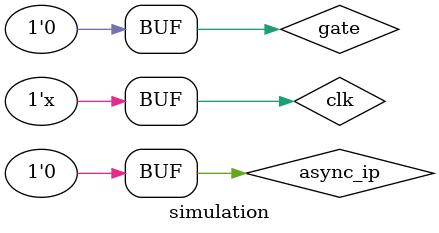
<source format=v>
`timescale 1ns / 1ps


module simulation();
    reg async_ip;
    reg clk;
    wire sync_op;
    wire delay_ip;
    wire dedge;
    wire [15:0] count;
    reg gate;
    wire [15:0] count_live;
    
    sync uut1(
        .async_ip(async_ip),
        .clk(clk),
        .sync_op(sync_op));
    
    counter uut2(
        .ip(sync_op),
        .clk(clk),
        .gate(gate),
        //.sync_op(sync_op),
        .delay_ip(delay_ip),
        .dedge(dedge),
        .count(count),
        .count_live(count_live)
        );
    
    initial begin
        /*clk=0;
        async_ip=0;
        gate=0;
        #0.35 async_ip=1;
        #1 async_ip=0;
        #1.35 async_ip=1;
        #1 async_ip=0;
        #0.1 gate=0;
        #0.1 gate=1;
        #0.35 async_ip=1;
        #1 async_ip=0;
        #0.1 gate=0;
        #1.35 async_ip=1;
        #1 async_ip=0;
        #0.1 gate=0;
        #10000;*/
        clk=0;
        async_ip=0;
        gate=0;
        #0.35 async_ip=1;
        #1 async_ip=0;
        #1 gate=1;
        #1.35 async_ip=1;
        #1 async_ip=0;
        #1.35 async_ip=1;
        #1 async_ip=0;
        #1 gate=0;
        #1.35 async_ip=1;
        #1 async_ip=0;
    end
    
    always
    begin
        clk=~clk;
        #0.1;
    end
    
endmodule

</source>
